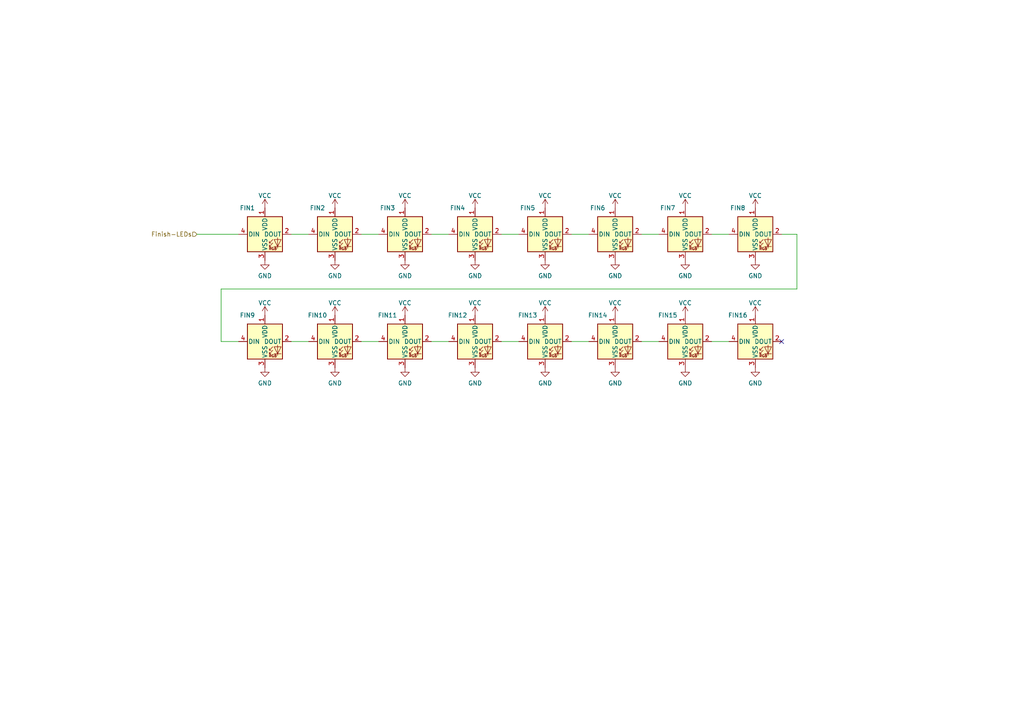
<source format=kicad_sch>
(kicad_sch (version 20211123) (generator eeschema)
  (paper "A4")
  (lib_symbols
    (symbol "LED:WS2812B" (pin_names (offset 0.254))
      (property "Reference" "D" (at 5.08 5.715 0))
      (property "Value" "WS2812B" (at 1.27 -5.715 0))
      (symbol "WS2812B_0_0"
        (text "RGB" (at 2.286 -4.191 0) (effects (font (size 0.762 0.762))))
      )
      (symbol "WS2812B_0_1"
        (polyline (pts (xy 1.27 -3.556) (xy 1.778 -3.556)))
        (polyline (pts (xy 1.27 -2.54) (xy 1.778 -2.54)))
        (polyline (pts (xy 4.699 -3.556) (xy 2.667 -3.556)))
        (polyline (pts (xy 2.286 -2.54) (xy 1.27 -3.556) (xy 1.27 -3.048)))
        (polyline (pts (xy 2.286 -1.524) (xy 1.27 -2.54) (xy 1.27 -2.032)))
        (polyline (pts (xy 3.683 -1.016) (xy 3.683 -3.556) (xy 3.683 -4.064)))
        (polyline (pts (xy 4.699 -1.524) (xy 2.667 -1.524) (xy 3.683 -3.556) (xy 4.699 -1.524)))
        (rectangle (start 5.08 5.08) (end -5.08 -5.08) (stroke (width 0.254)) (fill (type background)))
      )
      (symbol "WS2812B_1_1"
        (pin power_in line (at 0 7.62 270) (length 2.54) (name "VDD") (number "1"))
        (pin output line (at 7.62 0 180) (length 2.54) (name "DOUT") (number "2"))
        (pin power_in line (at 0 -7.62 90) (length 2.54) (name "VSS") (number "3"))
        (pin input line (at -7.62 0 0) (length 2.54) (name "DIN") (number "4"))
      )
    )
    (symbol "power:GND" (power) (pin_names (offset 0))
      (property "Value" "GND" (at 0 -3.81 0))
      (symbol "GND_0_1"
        (polyline (pts (xy 0 0) (xy 0 -1.27) (xy 1.27 -1.27) (xy 0 -2.54) (xy -1.27 -1.27) (xy 0 -1.27)))
      )
      (symbol "GND_1_1"
        (pin power_in line (at 0 0 270) (length 0) hide (name "GND") (number "1"))
      )
    )
    (symbol "power:VCC" (power) (pin_names (offset 0))
      (property "Value" "VCC" (at 0 3.81 0))
      (symbol "VCC_0_1"
        (polyline (pts (xy -0.762 1.27) (xy 0 2.54)))
        (polyline (pts (xy 0 0) (xy 0 2.54)))
        (polyline (pts (xy 0 2.54) (xy 0.762 1.27)))
      )
      (symbol "VCC_1_1"
        (pin power_in line (at 0 0 90) (length 0) hide (name "VCC") (number "1"))
      )
    )
  )
  (no_connect (at 226.695 99.06))
  (wire (pts (xy 84.455 67.945) (xy 89.535 67.945)))
  (wire (pts (xy 145.415 99.06) (xy 150.495 99.06)))
  (wire (pts (xy 125.095 99.06) (xy 130.175 99.06)))
  (wire (pts (xy 186.055 67.945) (xy 191.135 67.945)))
  (wire (pts (xy 57.15 67.945) (xy 69.215 67.945)))
  (wire (pts (xy 104.775 99.06) (xy 109.855 99.06)))
  (wire (pts (xy 206.375 99.06) (xy 211.455 99.06)))
  (wire (pts (xy 64.135 83.82) (xy 64.135 99.06)))
  (wire (pts (xy 186.055 99.06) (xy 191.135 99.06)))
  (wire (pts (xy 125.095 67.945) (xy 130.175 67.945)))
  (wire (pts (xy 145.415 67.945) (xy 150.495 67.945)))
  (wire (pts (xy 165.735 99.06) (xy 170.815 99.06)))
  (wire (pts (xy 226.695 67.945) (xy 231.14 67.945)))
  (wire (pts (xy 104.775 67.945) (xy 109.855 67.945)))
  (wire (pts (xy 64.135 99.06) (xy 69.215 99.06)))
  (wire (pts (xy 231.14 67.945) (xy 231.14 83.82)))
  (wire (pts (xy 206.375 67.945) (xy 211.455 67.945)))
  (wire (pts (xy 84.455 99.06) (xy 89.535 99.06)))
  (wire (pts (xy 165.735 67.945) (xy 170.815 67.945)))
  (wire (pts (xy 231.14 83.82) (xy 64.135 83.82)))
  (hierarchical_label "Finish-LEDs" (shape input) (at 57.15 67.945 180))
  (symbol (lib_id "power:GND") (at 97.155 75.565 0) (unit 1)
    (property "Reference" "#PWR013" (effects hide))
    (property "Value" "GND" (at 97.155 80.0084 0))
  )
  (symbol (lib_id "power:VCC") (at 117.475 91.44 0) (unit 1)
    (property "Reference" "#PWR022" (effects hide))
    (property "Value" "VCC" (at 117.475 87.8642 0))
  )
  (symbol (lib_id "LED:WS2812B") (at 97.155 99.06 0) (unit 1)
    (property "Reference" "FIN10" (at 92.075 91.44 0))
    (property "Value" "WS2812-4020_dual" (effects hide))
    (property "Footprint" "FieldBoard_footprint:LED_WS2812B_PLCC4_5.0x5.0mm_P3.2mm" (effects hide))
    (property "Datasheet" "https://cdn-shop.adafruit.com/datasheets/WS2812B.pdf" (effects hide))
  )
  (symbol (lib_id "power:GND") (at 219.075 106.68 0) (unit 1)
    (property "Reference" "#PWR035" (effects hide))
    (property "Value" "GND" (at 219.075 111.1234 0))
  )
  (symbol (lib_id "power:VCC") (at 76.835 60.325 0) (unit 1)
    (property "Reference" "#PWR04" (effects hide))
    (property "Value" "VCC" (at 76.835 56.7492 0))
  )
  (symbol (lib_id "power:VCC") (at 137.795 60.325 0) (unit 1)
    (property "Reference" "#PWR07" (effects hide))
    (property "Value" "VCC" (at 137.795 56.7492 0))
  )
  (symbol (lib_id "LED:WS2812B") (at 117.475 67.945 0) (unit 1)
    (property "Reference" "FIN3" (at 112.395 60.325 0))
    (property "Value" "WS2812-4020_dual" (effects hide))
    (property "Footprint" "FieldBoard_footprint:LED_WS2812B_PLCC4_5.0x5.0mm_P3.2mm" (effects hide))
    (property "Datasheet" "https://cdn-shop.adafruit.com/datasheets/WS2812B.pdf" (effects hide))
  )
  (symbol (lib_id "power:VCC") (at 158.115 91.44 0) (unit 1)
    (property "Reference" "#PWR024" (effects hide))
    (property "Value" "VCC" (at 158.115 87.8642 0))
  )
  (symbol (lib_id "power:VCC") (at 76.835 91.44 0) (unit 1)
    (property "Reference" "#PWR020" (effects hide))
    (property "Value" "VCC" (at 76.835 87.8642 0))
  )
  (symbol (lib_id "power:VCC") (at 137.795 91.44 0) (unit 1)
    (property "Reference" "#PWR023" (effects hide))
    (property "Value" "VCC" (at 137.795 87.8642 0))
  )
  (symbol (lib_id "LED:WS2812B") (at 158.115 99.06 0) (unit 1)
    (property "Reference" "FIN13" (at 153.035 91.44 0))
    (property "Value" "WS2812-4020_dual" (effects hide))
    (property "Footprint" "FieldBoard_footprint:LED_WS2812B_PLCC4_5.0x5.0mm_P3.2mm" (effects hide))
    (property "Datasheet" "https://cdn-shop.adafruit.com/datasheets/WS2812B.pdf" (effects hide))
  )
  (symbol (lib_id "power:GND") (at 97.155 106.68 0) (unit 1)
    (property "Reference" "#PWR029" (effects hide))
    (property "Value" "GND" (at 97.155 111.1234 0))
  )
  (symbol (lib_id "LED:WS2812B") (at 219.075 67.945 0) (unit 1)
    (property "Reference" "FIN8" (at 213.995 60.325 0))
    (property "Value" "WS2812-4020_dual" (effects hide))
    (property "Footprint" "FieldBoard_footprint:LED_WS2812B_PLCC4_5.0x5.0mm_P3.2mm" (effects hide))
    (property "Datasheet" "https://cdn-shop.adafruit.com/datasheets/WS2812B.pdf" (effects hide))
  )
  (symbol (lib_id "power:GND") (at 117.475 75.565 0) (unit 1)
    (property "Reference" "#PWR014" (effects hide))
    (property "Value" "GND" (at 117.475 80.0084 0))
  )
  (symbol (lib_id "power:GND") (at 137.795 106.68 0) (unit 1)
    (property "Reference" "#PWR031" (effects hide))
    (property "Value" "GND" (at 137.795 111.1234 0))
  )
  (symbol (lib_id "power:GND") (at 158.115 106.68 0) (unit 1)
    (property "Reference" "#PWR032" (effects hide))
    (property "Value" "GND" (at 158.115 111.1234 0))
  )
  (symbol (lib_id "power:VCC") (at 178.435 91.44 0) (unit 1)
    (property "Reference" "#PWR025" (effects hide))
    (property "Value" "VCC" (at 178.435 87.8642 0))
  )
  (symbol (lib_id "power:GND") (at 178.435 75.565 0) (unit 1)
    (property "Reference" "#PWR017" (effects hide))
    (property "Value" "GND" (at 178.435 80.0084 0))
  )
  (symbol (lib_id "power:VCC") (at 97.155 91.44 0) (unit 1)
    (property "Reference" "#PWR021" (effects hide))
    (property "Value" "VCC" (at 97.155 87.8642 0))
  )
  (symbol (lib_id "LED:WS2812B") (at 117.475 99.06 0) (unit 1)
    (property "Reference" "FIN11" (at 112.395 91.44 0))
    (property "Value" "WS2812-4020_dual" (effects hide))
    (property "Footprint" "FieldBoard_footprint:LED_WS2812B_PLCC4_5.0x5.0mm_P3.2mm" (effects hide))
    (property "Datasheet" "https://cdn-shop.adafruit.com/datasheets/WS2812B.pdf" (effects hide))
  )
  (symbol (lib_id "power:GND") (at 198.755 75.565 0) (unit 1)
    (property "Reference" "#PWR018" (effects hide))
    (property "Value" "GND" (at 198.755 80.0084 0))
  )
  (symbol (lib_id "LED:WS2812B") (at 219.075 99.06 0) (unit 1)
    (property "Reference" "FIN16" (at 213.995 91.44 0))
    (property "Value" "WS2812-4020_dual" (effects hide))
    (property "Footprint" "FieldBoard_footprint:LED_WS2812B_PLCC4_5.0x5.0mm_P3.2mm" (effects hide))
    (property "Datasheet" "https://cdn-shop.adafruit.com/datasheets/WS2812B.pdf" (effects hide))
  )
  (symbol (lib_id "power:GND") (at 117.475 106.68 0) (unit 1)
    (property "Reference" "#PWR030" (effects hide))
    (property "Value" "GND" (at 117.475 111.1234 0))
  )
  (symbol (lib_id "power:GND") (at 158.115 75.565 0) (unit 1)
    (property "Reference" "#PWR016" (effects hide))
    (property "Value" "GND" (at 158.115 80.0084 0))
  )
  (symbol (lib_id "power:VCC") (at 117.475 60.325 0) (unit 1)
    (property "Reference" "#PWR06" (effects hide))
    (property "Value" "VCC" (at 117.475 56.7492 0))
  )
  (symbol (lib_id "LED:WS2812B") (at 158.115 67.945 0) (unit 1)
    (property "Reference" "FIN5" (at 153.035 60.325 0))
    (property "Value" "WS2812-4020_dual" (effects hide))
    (property "Footprint" "FieldBoard_footprint:LED_WS2812B_PLCC4_5.0x5.0mm_P3.2mm" (effects hide))
    (property "Datasheet" "https://cdn-shop.adafruit.com/datasheets/WS2812B.pdf" (effects hide))
  )
  (symbol (lib_id "power:VCC") (at 198.755 60.325 0) (unit 1)
    (property "Reference" "#PWR010" (effects hide))
    (property "Value" "VCC" (at 198.755 56.7492 0))
  )
  (symbol (lib_id "LED:WS2812B") (at 76.835 99.06 0) (unit 1)
    (property "Reference" "FIN9" (at 71.755 91.44 0))
    (property "Value" "WS2812-4020_dual" (effects hide))
    (property "Footprint" "FieldBoard_footprint:LED_WS2812B_PLCC4_5.0x5.0mm_P3.2mm" (effects hide))
    (property "Datasheet" "https://cdn-shop.adafruit.com/datasheets/WS2812B.pdf" (effects hide))
  )
  (symbol (lib_id "power:VCC") (at 219.075 60.325 0) (unit 1)
    (property "Reference" "#PWR011" (effects hide))
    (property "Value" "VCC" (at 219.075 56.7492 0))
  )
  (symbol (lib_id "LED:WS2812B") (at 178.435 99.06 0) (unit 1)
    (property "Reference" "FIN14" (at 173.355 91.44 0))
    (property "Value" "WS2812-4020_dual" (effects hide))
    (property "Footprint" "FieldBoard_footprint:LED_WS2812B_PLCC4_5.0x5.0mm_P3.2mm" (effects hide))
    (property "Datasheet" "https://cdn-shop.adafruit.com/datasheets/WS2812B.pdf" (effects hide))
  )
  (symbol (lib_id "power:GND") (at 178.435 106.68 0) (unit 1)
    (property "Reference" "#PWR033" (effects hide))
    (property "Value" "GND" (at 178.435 111.1234 0))
  )
  (symbol (lib_id "power:GND") (at 137.795 75.565 0) (unit 1)
    (property "Reference" "#PWR015" (effects hide))
    (property "Value" "GND" (at 137.795 80.0084 0))
  )
  (symbol (lib_id "power:GND") (at 76.835 75.565 0) (unit 1)
    (property "Reference" "#PWR012" (effects hide))
    (property "Value" "GND" (at 76.835 80.0084 0))
  )
  (symbol (lib_id "LED:WS2812B") (at 137.795 99.06 0) (unit 1)
    (property "Reference" "FIN12" (at 132.715 91.44 0))
    (property "Value" "WS2812-4020_dual" (effects hide))
    (property "Footprint" "FieldBoard_footprint:LED_WS2812B_PLCC4_5.0x5.0mm_P3.2mm" (effects hide))
    (property "Datasheet" "https://cdn-shop.adafruit.com/datasheets/WS2812B.pdf" (effects hide))
  )
  (symbol (lib_id "LED:WS2812B") (at 76.835 67.945 0) (unit 1)
    (property "Reference" "FIN1" (at 71.755 60.325 0))
    (property "Value" "WS2812-4020_dual" (effects hide))
    (property "Footprint" "FieldBoard_footprint:LED_WS2812B_PLCC4_5.0x5.0mm_P3.2mm" (effects hide))
    (property "Datasheet" "https://cdn-shop.adafruit.com/datasheets/WS2812B.pdf" (effects hide))
  )
  (symbol (lib_id "power:VCC") (at 219.075 91.44 0) (unit 1)
    (property "Reference" "#PWR027" (effects hide))
    (property "Value" "VCC" (at 219.075 87.8642 0))
  )
  (symbol (lib_id "power:VCC") (at 198.755 91.44 0) (unit 1)
    (property "Reference" "#PWR026" (effects hide))
    (property "Value" "VCC" (at 198.755 87.8642 0))
  )
  (symbol (lib_id "power:GND") (at 198.755 106.68 0) (unit 1)
    (property "Reference" "#PWR034" (effects hide))
    (property "Value" "GND" (at 198.755 111.1234 0))
  )
  (symbol (lib_id "power:GND") (at 76.835 106.68 0) (unit 1)
    (property "Reference" "#PWR028" (effects hide))
    (property "Value" "GND" (at 76.835 111.1234 0))
  )
  (symbol (lib_id "LED:WS2812B") (at 137.795 67.945 0) (unit 1)
    (property "Reference" "FIN4" (at 132.715 60.325 0))
    (property "Value" "WS2812-4020_dual" (effects hide))
    (property "Footprint" "FieldBoard_footprint:LED_WS2812B_PLCC4_5.0x5.0mm_P3.2mm" (effects hide))
    (property "Datasheet" "https://cdn-shop.adafruit.com/datasheets/WS2812B.pdf" (effects hide))
  )
  (symbol (lib_id "power:GND") (at 219.075 75.565 0) (unit 1)
    (property "Reference" "#PWR019" (effects hide))
    (property "Value" "GND" (at 219.075 80.0084 0))
  )
  (symbol (lib_id "power:VCC") (at 178.435 60.325 0) (unit 1)
    (property "Reference" "#PWR09" (effects hide))
    (property "Value" "VCC" (at 178.435 56.7492 0))
  )
  (symbol (lib_id "power:VCC") (at 158.115 60.325 0) (unit 1)
    (property "Reference" "#PWR08" (effects hide))
    (property "Value" "VCC" (at 158.115 56.7492 0))
  )
  (symbol (lib_id "power:VCC") (at 97.155 60.325 0) (unit 1)
    (property "Reference" "#PWR05" (effects hide))
    (property "Value" "VCC" (at 97.155 56.7492 0))
  )
  (symbol (lib_id "LED:WS2812B") (at 198.755 99.06 0) (unit 1)
    (property "Reference" "FIN15" (at 193.675 91.44 0))
    (property "Value" "WS2812-4020_dual" (effects hide))
    (property "Footprint" "FieldBoard_footprint:LED_WS2812B_PLCC4_5.0x5.0mm_P3.2mm" (effects hide))
    (property "Datasheet" "https://cdn-shop.adafruit.com/datasheets/WS2812B.pdf" (effects hide))
  )
  (symbol (lib_id "LED:WS2812B") (at 198.755 67.945 0) (unit 1)
    (property "Reference" "FIN7" (at 193.675 60.325 0))
    (property "Value" "WS2812-4020_dual" (effects hide))
    (property "Footprint" "FieldBoard_footprint:LED_WS2812B_PLCC4_5.0x5.0mm_P3.2mm" (effects hide))
    (property "Datasheet" "https://cdn-shop.adafruit.com/datasheets/WS2812B.pdf" (effects hide))
  )
  (symbol (lib_id "LED:WS2812B") (at 97.155 67.945 0) (unit 1)
    (property "Reference" "FIN2" (at 92.075 60.325 0))
    (property "Value" "WS2812-4020_dual" (effects hide))
    (property "Footprint" "FieldBoard_footprint:LED_WS2812B_PLCC4_5.0x5.0mm_P3.2mm" (effects hide))
    (property "Datasheet" "https://cdn-shop.adafruit.com/datasheets/WS2812B.pdf" (effects hide))
  )
  (symbol (lib_id "LED:WS2812B") (at 178.435 67.945 0) (unit 1)
    (property "Reference" "FIN6" (at 173.355 60.325 0))
    (property "Value" "WS2812-4020_dual" (effects hide))
    (property "Footprint" "FieldBoard_footprint:LED_WS2812B_PLCC4_5.0x5.0mm_P3.2mm" (effects hide))
    (property "Datasheet" "https://cdn-shop.adafruit.com/datasheets/WS2812B.pdf" (effects hide))
  )
)
</source>
